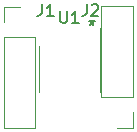
<source format=gbr>
G04 #@! TF.GenerationSoftware,KiCad,Pcbnew,(5.1.5)-3*
G04 #@! TF.CreationDate,2020-08-05T00:43:19-04:00*
G04 #@! TF.ProjectId,SOIC 8-14-16-20,534f4943-2038-42d3-9134-2d31362d3230,rev?*
G04 #@! TF.SameCoordinates,Original*
G04 #@! TF.FileFunction,Legend,Top*
G04 #@! TF.FilePolarity,Positive*
%FSLAX46Y46*%
G04 Gerber Fmt 4.6, Leading zero omitted, Abs format (unit mm)*
G04 Created by KiCad (PCBNEW (5.1.5)-3) date 2020-08-05 00:43:19*
%MOMM*%
%LPD*%
G04 APERTURE LIST*
%ADD10C,0.150000*%
%ADD11C,0.120000*%
G04 APERTURE END LIST*
D10*
X146400000Y-81452380D02*
X146400000Y-81690476D01*
X146161904Y-81595238D02*
X146400000Y-81690476D01*
X146638095Y-81595238D01*
X146257142Y-81880952D02*
X146400000Y-81690476D01*
X146542857Y-81880952D01*
D11*
X147060000Y-85650000D02*
X147060000Y-82200000D01*
X147060000Y-85650000D02*
X147060000Y-87600000D01*
X141940000Y-85650000D02*
X141940000Y-83700000D01*
X141940000Y-85650000D02*
X141940000Y-87600000D01*
X149880000Y-90630000D02*
X148550000Y-90630000D01*
X149880000Y-89300000D02*
X149880000Y-90630000D01*
X149880000Y-88030000D02*
X147220000Y-88030000D01*
X147220000Y-88030000D02*
X147220000Y-80350000D01*
X149880000Y-88030000D02*
X149880000Y-80350000D01*
X149880000Y-80350000D02*
X147220000Y-80350000D01*
X138970000Y-80370000D02*
X140300000Y-80370000D01*
X138970000Y-81700000D02*
X138970000Y-80370000D01*
X138970000Y-82970000D02*
X141630000Y-82970000D01*
X141630000Y-82970000D02*
X141630000Y-90650000D01*
X138970000Y-82970000D02*
X138970000Y-90650000D01*
X138970000Y-90650000D02*
X141630000Y-90650000D01*
D10*
X143738095Y-80752380D02*
X143738095Y-81561904D01*
X143785714Y-81657142D01*
X143833333Y-81704761D01*
X143928571Y-81752380D01*
X144119047Y-81752380D01*
X144214285Y-81704761D01*
X144261904Y-81657142D01*
X144309523Y-81561904D01*
X144309523Y-80752380D01*
X145309523Y-81752380D02*
X144738095Y-81752380D01*
X145023809Y-81752380D02*
X145023809Y-80752380D01*
X144928571Y-80895238D01*
X144833333Y-80990476D01*
X144738095Y-81038095D01*
X145966666Y-80152380D02*
X145966666Y-80866666D01*
X145919047Y-81009523D01*
X145823809Y-81104761D01*
X145680952Y-81152380D01*
X145585714Y-81152380D01*
X146395238Y-80247619D02*
X146442857Y-80200000D01*
X146538095Y-80152380D01*
X146776190Y-80152380D01*
X146871428Y-80200000D01*
X146919047Y-80247619D01*
X146966666Y-80342857D01*
X146966666Y-80438095D01*
X146919047Y-80580952D01*
X146347619Y-81152380D01*
X146966666Y-81152380D01*
X142166666Y-80152380D02*
X142166666Y-80866666D01*
X142119047Y-81009523D01*
X142023809Y-81104761D01*
X141880952Y-81152380D01*
X141785714Y-81152380D01*
X143166666Y-81152380D02*
X142595238Y-81152380D01*
X142880952Y-81152380D02*
X142880952Y-80152380D01*
X142785714Y-80295238D01*
X142690476Y-80390476D01*
X142595238Y-80438095D01*
M02*

</source>
